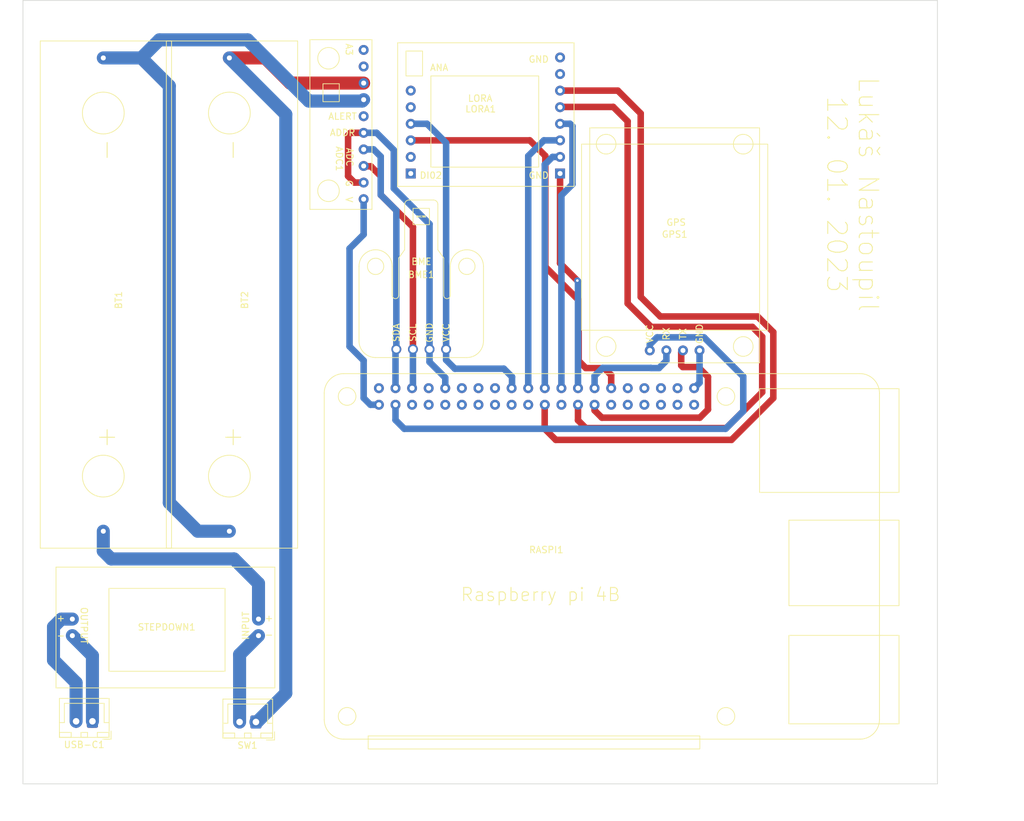
<source format=kicad_pcb>
(kicad_pcb (version 20211014) (generator pcbnew)
  (layers (0 "F.Cu" signal) (31 "B.Cu" signal) (34 "B.Paste" user) (35 "F.Paste" user) (36 "B.SilkS" user "B.Silkscreen") (37 "F.SilkS" user "F.Silkscreen") (38 "B.Mask" user) (39 "F.Mask" user) (44 "Edge.Cuts" user))
  (net 0 "")
  (net 1 "IN+")
  (net 2 "OUT+")
  (net 3 "OUT-")
  (net 4 "+3V3")
  (net 5 "GNDD")
  (net 6 "SDA")
  (net 7 "SCL")
  (net 8 "+5V")
  (net 9 "MOSI")
  (net 17 "MISO")
  (net 19 "SCK")
  (net 20 "DI05")
  (net 21 "DI03")
  (net 26 "unconnected-(RASPI1-Pad24)")
  (net 33 "RESET")
  (net 34 "DIo4")
  (net 35 "NSS")
  (net 36 "DI00")
  (net 37 "DI01")
  (net 38 "DIo2")
  (net 39 "RXD2")
  (net 40 "TXD2")
  (net 41 "Net-(BT2-Pad2)")
  (net 42 "Net-(BT1-Pad2)")
  (net 43 "IN-")
  (footprint "Connector_JST:JST_XH_B2B-XH-A_1x02_P2.50mm_Vertical" (layer "F.Cu") (at 95.665 140.525 180)
    (fp_text reference "SW1" (at 1.292 -3.582) (layer "F.SilkS"))
    (fp_text value "Přepínač")
    (fp_line (start -2.55 -2.45) (end -2.55 -1.7) (layer "F.SilkS") (width 0.12))
    (fp_line (start -2.55 -0.2) (end -1.8 -0.2) (layer "F.SilkS") (width 0.12))
    (fp_line (start -1.6 -2.75) (end -2.85 -2.75) (layer "F.SilkS") (width 0.12))
    (fp_line (start 0.75 -1.7) (end 1.75 -1.7) (layer "F.SilkS") (width 0.12))
    (fp_line (start -1.8 2.75) (end 1.25 2.75) (layer "F.SilkS") (width 0.12))
    (fp_line (start -2.56 3.51) (end 5.06 3.51) (layer "F.SilkS") (width 0.12))
    (fp_line (start 5.05 -1.7) (end 5.05 -2.45) (layer "F.SilkS") (width 0.12))
    (fp_line (start -2.55 -1.7) (end -0.75 -1.7) (layer "F.SilkS") (width 0.12))
    (fp_line (start 4.3 -0.2) (end 4.3 2.75) (layer "F.SilkS") (width 0.12))
    (fp_line (start 1.75 -2.45) (end 0.75 -2.45) (layer "F.SilkS") (width 0.12))
    (fp_line (start -2.56 -2.46) (end -2.56 3.51) (layer "F.SilkS") (width 0.12))
    (fp_line (start 5.05 -0.2) (end 4.3 -0.2) (layer "F.SilkS") (width 0.12))
    (fp_line (start 3.25 -2.45) (end 3.25 -1.7) (layer "F.SilkS") (width 0.12))
    (fp_line (start 4.3 2.75) (end 1.25 2.75) (layer "F.SilkS") (width 0.12))
    (fp_line (start 5.05 -2.45) (end 3.25 -2.45) (layer "F.SilkS") (width 0.12))
    (fp_line (start 0.75 -2.45) (end 0.75 -1.7) (layer "F.SilkS") (width 0.12))
    (fp_line (start -0.75 -2.45) (end -2.55 -2.45) (layer "F.SilkS") (width 0.12))
    (fp_line (start -1.8 -0.2) (end -1.8 2.75) (layer "F.SilkS") (width 0.12))
    (fp_line (start 1.75 -1.7) (end 1.75 -2.45) (layer "F.SilkS") (width 0.12))
    (fp_line (start 3.25 -1.7) (end 5.05 -1.7) (layer "F.SilkS") (width 0.12))
    (fp_line (start -0.75 -1.7) (end -0.75 -2.45) (layer "F.SilkS") (width 0.12))
    (fp_line (start 5.06 -2.46) (end -2.56 -2.46) (layer "F.SilkS") (width 0.12))
    (fp_line (start -2.85 -2.75) (end -2.85 -1.5) (layer "F.SilkS") (width 0.12))
    (fp_line (start 5.06 3.51) (end 5.06 -2.46) (layer "F.SilkS") (width 0.12))
    (pad "1" thru_hole roundrect (at 0 0 180) (size 1.7 2) (drill 1) (layers *.Cu *.Mask) (roundrect_rratio 0.1470588235) (net 41 "Net-(BT2-Pad2)"))
    (pad "2" thru_hole oval (at 2.5 0 180) (size 1.7 2) (drill 1) (layers *.Cu *.Mask) (net 43 "IN-"))
  )
  (footprint "Moje_LIB:GPS" (layer "F.Cu") (at 159.773 85.507 180)
    (fp_text reference "GPS1" (at 0 19.68 unlocked) (layer "F.SilkS"))
    (fp_text value "GY-NEO6MV2")
    (fp_text user "RX" (at 1.27 4.44 90 unlocked) (layer "F.SilkS"))
    (fp_text user "TX" (at -1.27 4.44 90 unlocked) (layer "F.SilkS"))
    (fp_text user "GND" (at -3.81 4.44 90 unlocked) (layer "F.SilkS"))
    (fp_text user "VCC" (at 3.81 4.44 90 unlocked) (layer "F.SilkS"))
    (fp_rect (start 13 36) (end -13 0) (layer "F.SilkS") (width 0.12) (fill none))
    (fp_rect (start 14.25 33.5) (end -14.25 5) (layer "F.SilkS") (width 0.12) (fill none))
    (fp_circle (center 10.495 33.495) (end 8.99 33.495) (layer "F.SilkS") (width 0.12) (fill none))
    (fp_circle (center 10.495 2.505) (end 8.99 2.505) (layer "F.SilkS") (width 0.12) (fill none))
    (fp_circle (center -10.495 2.505) (end -12 2.505) (layer "F.SilkS") (width 0.12) (fill none))
    (fp_circle (center -10.495 33.495) (end -12 33.495) (layer "F.SilkS") (width 0.12) (fill none))
    (pad "1" thru_hole circle (at 3.81 1.9) (size 1.524 1.524) (drill 0.762) (layers *.Cu *.Mask) (net 8 "+5V"))
    (pad "2" thru_hole circle (at 1.27 1.9) (size 1.524 1.524) (drill 0.762) (layers *.Cu *.Mask) (net 40 "TXD2"))
    (pad "3" thru_hole circle (at -1.27 1.9) (size 1.524 1.524) (drill 0.762) (layers *.Cu *.Mask) (net 39 "RXD2"))
    (pad "4" thru_hole circle (at -3.81 1.9) (size 1.524 1.524) (drill 0.762) (layers *.Cu *.Mask) (net 5 "GNDD"))
  )
  (footprint "Moje_LIB:Lora deska" (layer "F.Cu") (at 117.368 36.477)
    (fp_text reference "LORA1" (at 12.7 10.16 unlocked) (layer "F.SilkS"))
    (fp_text value "LORA")
    (fp_text user "ANA" (at 6.35 3.81 unlocked) (layer "F.SilkS"))
    (fp_text user "DI02" (at 5.08 20.32 unlocked) (layer "F.SilkS"))
    (fp_text user "GND" (at 21.59 2.54 unlocked) (layer "F.SilkS"))
    (fp_text user "GND" (at 21.59 20.32 unlocked) (layer "F.SilkS"))
    (fp_line (start 0 0) (end 0 22) (layer "F.SilkS") (width 0.12))
    (fp_line (start 0 0) (end 27 0) (layer "F.SilkS") (width 0.12))
    (fp_line (start 27 0) (end 27 22) (layer "F.SilkS") (width 0.12))
    (fp_line (start 0 22) (end 27 22) (layer "F.SilkS") (width 0.12))
    (fp_rect (start 5.08 5.08) (end 21.59 19.05) (layer "F.SilkS") (width 0.12) (fill none))
    (fp_rect (start 1.27 1.27) (end 3.81 5.08) (layer "F.SilkS") (width 0.12) (fill none))
    (pad "3" thru_hole circle (at 2 7.33) (size 1.524 1.524) (drill 0.762) (layers *.Cu *.Mask) (net 21 "DI03"))
    (pad "4" thru_hole circle (at 2 9.87) (size 1.524 1.524) (drill 0.762) (layers *.Cu *.Mask) (net 34 "DIo4"))
    (pad "5" thru_hole circle (at 2 12.41) (size 1.524 1.524) (drill 0.762) (layers *.Cu *.Mask) (net 4 "+3V3"))
    (pad "6" thru_hole circle (at 2 14.95) (size 1.524 1.524) (drill 0.762) (layers *.Cu *.Mask) (net 36 "DI00"))
    (pad "7" thru_hole circle (at 2 17.49) (size 1.524 1.524) (drill 0.762) (layers *.Cu *.Mask) (net 37 "DI01"))
    (pad "8" thru_hole rect (at 2 20.03) (size 1.524 1.524) (drill 0.762) (layers *.Cu *.Mask) (net 38 "DIo2"))
    (pad "9" thru_hole rect (at 24.86 20.03) (size 1.524 1.524) (drill 0.762) (layers *.Cu *.Mask) (net 5 "GNDD"))
    (pad "10" thru_hole circle (at 24.86 17.49) (size 1.524 1.524) (drill 0.762) (layers *.Cu *.Mask) (net 17 "MISO"))
    (pad "11" thru_hole circle (at 24.86 14.95) (size 1.524 1.524) (drill 0.762) (layers *.Cu *.Mask) (net 9 "MOSI"))
    (pad "12" thru_hole circle (at 24.86 12.41) (size 1.524 1.524) (drill 0.762) (layers *.Cu *.Mask) (net 19 "SCK"))
    (pad "13" thru_hole circle (at 24.86 9.87) (size 1.524 1.524) (drill 0.762) (layers *.Cu *.Mask) (net 35 "NSS"))
    (pad "14" thru_hole circle (at 24.86 7.33) (size 1.524 1.524) (drill 0.762) (layers *.Cu *.Mask) (net 33 "RESET"))
    (pad "15" thru_hole circle (at 24.86 4.79) (size 1.524 1.524) (drill 0.762) (layers *.Cu *.Mask) (net 20 "DI05"))
    (pad "16" thru_hole circle (at 24.86 2.25) (size 1.524 1.524) (drill 0.762) (layers *.Cu *.Mask) (net 5 "GNDD"))
  )
  (footprint "Moje_LIB:Battery box" (layer "F.Cu") (at 81.95 113.9 90)
    (fp_text reference "BT2" (at 38 12 90 unlocked) (layer "F.SilkS"))
    (fp_text value "Battery_Cell")
    (fp_text user "+" (at 17 10 90 unlocked) (layer "F.SilkS") (effects (font (size 3 3))))
    (fp_text user "-" (at 61 10 90 unlocked) (layer "F.SilkS") (effects (font (size 3 3))))
    (fp_line (start 77.7 20.1) (end 77.7 0) (layer "F.SilkS") (width 0.12))
    (fp_line (start 0 20.1) (end 77.7 20.1) (layer "F.SilkS") (width 0.12))
    (fp_line (start 0 0) (end 77.7 0) (layer "F.SilkS") (width 0.12))
    (fp_line (start 0 20.1) (end 0 0) (layer "F.SilkS") (width 0.12))
    (fp_circle (center 11.04 9.65) (end 14.24 9.65) (layer "F.SilkS") (width 0.12) (fill none))
    (fp_circle (center 66.66 9.65) (end 69.86 9.65) (layer "F.SilkS") (width 0.12) (fill none))
    (pad "1" thru_hole circle (at 2.6 9.65 90) (size 1.524 1.524) (drill 0.762) (layers *.Cu *.Mask) (net 42 "Net-(BT1-Pad2)"))
    (pad "2" thru_hole circle (at 75.1 9.65 90) (size 1.524 1.524) (drill 0.762) (layers *.Cu *.Mask) (net 41 "Net-(BT2-Pad2)"))
  )
  (footprint "Moje_LIB:Raspberry pi 4B" (layer "F.Cu") (at 191.123 115.157 -90)
    (fp_text reference "RASPI1" (at -1 51 unlocked) (layer "F.SilkS"))
    (fp_text value "Raspberry PI 4B")
    (fp_line (start 28 3) (end 28 82) (layer "F.SilkS") (width 0.12))
    (fp_line (start -25 85) (end 25 85) (layer "F.SilkS") (width 0.12))
    (fp_line (start -25 0) (end 25 0) (layer "F.SilkS") (width 0.12))
    (fp_line (start -28 3) (end -28 82) (layer "F.SilkS") (width 0.12))
    (fp_rect (start 27.5 78.27) (end 29.5 27.5) (layer "F.SilkS") (width 0.12) (fill none))
    (fp_rect (start -25.7 18.35) (end -9.8 -3) (layer "F.SilkS") (width 0.12) (fill none))
    (fp_rect (start -5.55 13.86) (end 7.55 -3) (layer "F.SilkS") (width 0.12) (fill none))
    (fp_rect (start 12.1 -3) (end 25.65 13.87) (layer "F.SilkS") (width 0.12) (fill none))
    (fp_arc (start 25 0) (mid 27.12132 0.87868) (end 28 3) (layer "F.SilkS") (width 0.12))
    (fp_arc (start 28 82) (mid 27.12132 84.12132) (end 25 85) (layer "F.SilkS") (width 0.12))
    (fp_arc (start -28 3) (mid -27.12132 0.87868) (end -25 0) (layer "F.SilkS") (width 0.12))
    (fp_arc (start -25 85) (mid -27.12132 84.12132) (end -28 82) (layer "F.SilkS") (width 0.12))
    (fp_circle (center 24.5 81.5) (end 24.5 80.15) (layer "F.SilkS") (width 0.12) (fill none))
    (fp_circle (center -24.5 81.5) (end -24.5 80.15) (layer "F.SilkS") (width 0.12) (fill none))
    (fp_circle (center -24.5 23.5) (end -24.5 22.15) (layer "F.SilkS") (width 0.12) (fill none))
    (fp_circle (center 24.5 23.5) (end 24.5 22.15) (layer "F.SilkS") (width 0.12) (fill none))
    (pad "1" thru_hole circle (at -25.77 76.63) (size 1.524 1.524) (drill 0.762) (layers *.Cu *.Mask) (net 4 "+3V3"))
    (pad "2" thru_hole circle (at -23.23 76.63) (size 1.524 1.524) (drill 0.762) (layers *.Cu *.Mask) (net 8 "+5V"))
    (pad "3" thru_hole circle (at -25.77 74.09) (size 1.524 1.524) (drill 0.762) (layers *.Cu *.Mask) (net 6 "SDA"))
    (pad "4" thru_hole circle (at -23.23 74.09) (size 1.524 1.524) (drill 0.762) (layers *.Cu *.Mask) (net 8 "+5V"))
    (pad "5" thru_hole circle (at -25.77 71.55) (size 1.524 1.524) (drill 0.762) (layers *.Cu *.Mask) (net 7 "SCL"))
    (pad "6" thru_hole circle (at -23.23 71.55) (size 1.524 1.524) (drill 0.762) (layers *.Cu *.Mask) (net 5 "GNDD"))
    (pad "7" thru_hole circle (at -25.77 69.01) (size 1.524 1.524) (drill 0.762) (layers *.Cu *.Mask))
    (pad "8" thru_hole circle (at -23.23 69.01) (size 1.524 1.524) (drill 0.762) (layers *.Cu *.Mask))
    (pad "9" thru_hole circle (at -25.77 66.47) (size 1.524 1.524) (drill 0.762) (layers *.Cu *.Mask) (net 5 "GNDD"))
    (pad "10" thru_hole circle (at -23.23 66.47) (size 1.524 1.524) (drill 0.762) (layers *.Cu *.Mask))
    (pad "11" thru_hole circle (at -25.77 63.93) (size 1.524 1.524) (drill 0.762) (layers *.Cu *.Mask))
    (pad "12" thru_hole circle (at -23.23 63.93) (size 1.524 1.524) (drill 0.762) (layers *.Cu *.Mask))
    (pad "13" thru_hole circle (at -25.77 61.39) (size 1.524 1.524) (drill 0.762) (layers *.Cu *.Mask))
    (pad "14" thru_hole circle (at -23.23 61.39) (size 1.524 1.524) (drill 0.762) (layers *.Cu *.Mask) (net 5 "GNDD"))
    (pad "15" thru_hole circle (at -25.77 58.85) (size 1.524 1.524) (drill 0.762) (layers *.Cu *.Mask))
    (pad "16" thru_hole circle (at -23.23 58.85) (size 1.524 1.524) (drill 0.762) (layers *.Cu *.Mask))
    (pad "17" thru_hole circle (at -25.77 56.31) (size 1.524 1.524) (drill 0.762) (layers *.Cu *.Mask) (net 4 "+3V3"))
    (pad "18" thru_hole circle (at -23.23 56.31) (size 1.524 1.524) (drill 0.762) (layers *.Cu *.Mask))
    (pad "19" thru_hole circle (at -25.77 53.77) (size 1.524 1.524) (drill 0.762) (layers *.Cu *.Mask) (net 9 "MOSI"))
    (pad "20" thru_hole circle (at -23.23 53.77) (size 1.524 1.524) (drill 0.762) (layers *.Cu *.Mask) (net 5 "GNDD"))
    (pad "21" thru_hole circle (at -25.77 51.23) (size 1.524 1.524) (drill 0.762) (layers *.Cu *.Mask) (net 17 "MISO"))
    (pad "22" thru_hole circle (at -23.23 51.23) (size 1.524 1.524) (drill 0.762) (layers *.Cu *.Mask) (net 33 "RESET"))
    (pad "23" thru_hole circle (at -25.77 48.69) (size 1.524 1.524) (drill 0.762) (layers *.Cu *.Mask) (net 19 "SCK"))
    (pad "24" thru_hole circle (at -23.23 48.69) (size 1.524 1.524) (drill 0.762) (layers *.Cu *.Mask) (net 26 "unconnected-(RASPI1-Pad24)"))
    (pad "25" thru_hole circle (at -25.77 46.15) (size 1.524 1.524) (drill 0.762) (layers *.Cu *.Mask) (net 5 "GNDD"))
    (pad "26" thru_hole circle (at -23.23 46.15) (size 1.524 1.524) (drill 0.762) (layers *.Cu *.Mask) (net 35 "NSS"))
    (pad "27" thru_hole circle (at -25.77 43.61) (size 1.524 1.524) (drill 0.762) (layers *.Cu *.Mask) (net 40 "TXD2"))
    (pad "28" thru_hole circle (at -23.23 43.61) (size 1.524 1.524) (drill 0.762) (layers *.Cu *.Mask) (net 39 "RXD2"))
    (pad "29" thru_hole circle (at -25.77 41.07) (size 1.524 1.524) (drill 0.762) (layers *.Cu *.Mask) (net 36 "DI00"))
    (pad "30" thru_hole circle (at -23.23 41.07) (size 1.524 1.524) (drill 0.762) (layers *.Cu *.Mask) (net 5 "GNDD"))
    (pad "31" thru_hole circle (at -25.77 38.53) (size 1.524 1.524) (drill 0.762) (layers *.Cu *.Mask))
    (pad "32" thru_hole circle (at -23.23 38.53) (size 1.524 1.524) (drill 0.762) (layers *.Cu *.Mask))
    (pad "33" thru_hole circle (at -25.77 35.99) (size 1.524 1.524) (drill 0.762) (layers *.Cu *.Mask))
    (pad "34" thru_hole circle (at -23.23 35.99) (size 1.524 1.524) (drill 0.762) (layers *.Cu *.Mask) (net 5 "GNDD"))
    (pad "35" thru_hole circle (at -25.77 33.45) (size 1.524 1.524) (drill 0.762) (layers *.Cu *.Mask))
    (pad "36" thru_hole circle (at -23.23 33.45) (size 1.524 1.524) (drill 0.762) (layers *.Cu *.Mask))
    (pad "37" thru_hole circle (at -25.77 30.91) (size 1.524 1.524) (drill 0.762) (layers *.Cu *.Mask))
    (pad "38" thru_hole circle (at -23.23 30.91) (size 1.524 1.524) (drill 0.762) (layers *.Cu *.Mask))
    (pad "39" thru_hole circle (at -25.77 28.37) (size 1.524 1.524) (drill 0.762) (layers *.Cu *.Mask) (net 5 "GNDD"))
    (pad "40" thru_hole circle (at -23.23 28.37) (size 1.524 1.524) (drill 0.762) (layers *.Cu *.Mask))
  )
  (footprint "Moje_LIB:StepDown" (layer "F.Cu") (at 98.56 135.3 180)
    (fp_text reference "STEPDOWN1" (at 16.56 9.3 unlocked) (layer "F.SilkS"))
    (fp_text value "StepDown")
    (fp_text user "-" (at 32.766 7.874 180 unlocked) (layer "F.SilkS"))
    (fp_text user "INPUT" (at 4.445 9.525 90 unlocked) (layer "F.SilkS"))
    (fp_text user "+" (at 32.766 10.541 180 unlocked) (layer "F.SilkS"))
    (fp_text user "OUTPUT" (at 29.21 9.525 270 unlocked) (layer "F.SilkS"))
    (fp_text user "-" (at 0.889 8.001 180 unlocked) (layer "F.SilkS"))
    (fp_text user "+" (at 0.889 10.541 180 unlocked) (layer "F.SilkS"))
    (fp_line (start 33.5 18.5) (end 0 18.5) (layer "F.SilkS") (width 0.12))
    (fp_line (start 33.5 0) (end 0 0) (layer "F.SilkS") (width 0.12))
    (fp_line (start 33.5 18.5) (end 33.5 0) (layer "F.SilkS") (width 0.12))
    (fp_line (start 0 18.5) (end 0 0) (layer "F.SilkS") (width 0.12))
    (fp_rect (start 7.62 2.54) (end 25.4 15.24) (layer "F.SilkS") (width 0.12) (fill none))
    (pad "1" thru_hole circle (at 2.5 8 180) (size 1.524 1.524) (drill 0.762) (layers *.Cu *.Mask) (net 43 "IN-"))
    (pad "2" thru_hole circle (at 2.5 10.54 180) (size 1.524 1.524) (drill 0.762) (layers *.Cu *.Mask) (net 1 "IN+"))
    (pad "3" thru_hole circle (at 31 8 180) (size 1.524 1.524) (drill 0.762) (layers *.Cu *.Mask) (net 3 "OUT-"))
    (pad "4" thru_hole circle (at 31 10.54 180) (size 1.524 1.524) (drill 0.762) (layers *.Cu *.Mask) (net 2 "OUT+"))
  )
  (footprint "Connector_JST:JST_XH_B2B-XH-A_1x02_P2.50mm_Vertical" (layer "F.Cu") (at 70.635 140.42 180)
    (fp_text reference "USB-C1" (at 1.262 -3.587) (layer "F.SilkS"))
    (fp_text value "Vystup pro napajeni pomoci usb C")
    (fp_line (start 5.05 -2.45) (end 3.25 -2.45) (layer "F.SilkS") (width 0.12))
    (fp_line (start -1.8 -0.2) (end -1.8 2.75) (layer "F.SilkS") (width 0.12))
    (fp_line (start -1.8 2.75) (end 1.25 2.75) (layer "F.SilkS") (width 0.12))
    (fp_line (start -0.75 -1.7) (end -0.75 -2.45) (layer "F.SilkS") (width 0.12))
    (fp_line (start 4.3 -0.2) (end 4.3 2.75) (layer "F.SilkS") (width 0.12))
    (fp_line (start -2.55 -0.2) (end -1.8 -0.2) (layer "F.SilkS") (width 0.12))
    (fp_line (start -1.6 -2.75) (end -2.85 -2.75) (layer "F.SilkS") (width 0.12))
    (fp_line (start 0.75 -1.7) (end 1.75 -1.7) (layer "F.SilkS") (width 0.12))
    (fp_line (start 3.25 -2.45) (end 3.25 -1.7) (layer "F.SilkS") (width 0.12))
    (fp_line (start 5.06 3.51) (end 5.06 -2.46) (layer "F.SilkS") (width 0.12))
    (fp_line (start -2.85 -2.75) (end -2.85 -1.5) (layer "F.SilkS") (width 0.12))
    (fp_line (start 0.75 -2.45) (end 0.75 -1.7) (layer "F.SilkS") (width 0.12))
    (fp_line (start -2.55 -1.7) (end -0.75 -1.7) (layer "F.SilkS") (width 0.12))
    (fp_line (start 5.05 -1.7) (end 5.05 -2.45) (layer "F.SilkS") (width 0.12))
    (fp_line (start -0.75 -2.45) (end -2.55 -2.45) (layer "F.SilkS") (width 0.12))
    (fp_line (start -2.56 3.51) (end 5.06 3.51) (layer "F.SilkS") (width 0.12))
    (fp_line (start 4.3 2.75) (end 1.25 2.75) (layer "F.SilkS") (width 0.12))
    (fp_line (start 1.75 -2.45) (end 0.75 -2.45) (layer "F.SilkS") (width 0.12))
    (fp_line (start 5.06 -2.46) (end -2.56 -2.46) (layer "F.SilkS") (width 0.12))
    (fp_line (start 1.75 -1.7) (end 1.75 -2.45) (layer "F.SilkS") (width 0.12))
    (fp_line (start 3.25 -1.7) (end 5.05 -1.7) (layer "F.SilkS") (width 0.12))
    (fp_line (start -2.56 -2.46) (end -2.56 3.51) (layer "F.SilkS") (width 0.12))
    (fp_line (start -2.55 -2.45) (end -2.55 -1.7) (layer "F.SilkS") (width 0.12))
    (fp_line (start 5.05 -0.2) (end 4.3 -0.2) (layer "F.SilkS") (width 0.12))
    (pad "1" thru_hole roundrect (at 0 0 180) (size 1.7 2) (drill 1) (layers *.Cu *.Mask) (roundrect_rratio 0.1470588235) (net 3 "OUT-"))
    (pad "2" thru_hole oval (at 2.5 0 180) (size 1.7 2) (drill 1) (layers *.Cu *.Mask) (net 2 "OUT+"))
  )
  (footprint "Moje_LIB:BME280" (layer "F.Cu") (at 120.973 63.107)
    (fp_text reference "BME1" (at 0 8.89 unlocked) (layer "F.SilkS"))
    (fp_text value "BME280")
    (fp_text user "BME280" (at 0 0 unlocked) (layer "F.SilkS") (effects (font (size 0.25 0.25) (thickness 0.0625))))
    (fp_text user "GND" (at 1.27 17.78 90 unlocked) (layer "F.SilkS"))
    (fp_text user "SDA" (at -3.81 17.78 90 unlocked) (layer "F.SilkS"))
    (fp_text user "SCL" (at -1.27 17.78 90 unlocked) (layer "F.SilkS"))
    (fp_text user "VCC" (at 3.81 17.78 90 unlocked) (layer "F.SilkS"))
    (fp_line (start 3.445 6.35) (end 3.445 12.065) (layer "F.SilkS") (width 0.12))
    (fp_line (start -3.445 6.35) (end -2.54 5.08) (layer "F.SilkS") (width 0.12))
    (fp_line (start 9.525 7.62) (end 9.525 19.05) (layer "F.SilkS") (width 0.12))
    (fp_line (start -4.445 7.62) (end -4.445 12.065) (layer "F.SilkS") (width 0.12))
    (fp_line (start -2.54 -1.905) (end -2.54 5.08) (layer "F.SilkS") (width 0.12))
    (fp_line (start -6.985 21.59) (end 6.985 21.59) (layer "F.SilkS") (width 0.12))
    (fp_line (start 4.445 7.62) (end 4.445 12.065) (layer "F.SilkS") (width 0.12))
    (fp_line (start -9.525 7.62) (end -9.525 19.05) (layer "F.SilkS") (width 0.12))
    (fp_line (start -1.905 -2.54) (end 1.905 -2.54) (layer "F.SilkS") (width 0.12))
    (fp_line (start 2.54 5.08) (end 3.445 6.35) (layer "F.SilkS") (width 0.12))
    (fp_line (start 2.54 -1.905) (end 2.54 5.08) (layer "F.SilkS") (width 0.12))
    (fp_line (start -3.445 6.35) (end -3.445 12.065) (layer "F.SilkS") (width 0.12))
    (fp_rect (start -1.25 -1.27) (end 1.25 1.23) (layer "F.SilkS") (width 0.12) (fill none))
    (fp_arc (start 4.445 7.62) (mid 6.985 5.08) (end 9.525 7.62) (layer "F.SilkS") (width 0.12))
    (fp_arc (start 1.905 -2.54) (mid 2.345652 -2.345652) (end 2.54 -1.905) (layer "F.SilkS") (width 0.12))
    (fp_arc (start 4.445 12.065) (mid 3.945 12.565) (end 3.445 12.065) (layer "F.SilkS") (width 0.12))
    (fp_arc (start -3.445 12.065) (mid -3.945 12.565) (end -4.445 12.065) (layer "F.SilkS") (width 0.12))
    (fp_arc (start 9.525 19.05) (mid 8.781051 20.846051) (end 6.985 21.59) (layer "F.SilkS") (width 0.12))
    (fp_arc (start -6.985 21.59) (mid -8.781051 20.846051) (end -9.525 19.05) (layer "F.SilkS") (width 0.12))
    (fp_arc (start -2.54 -1.905) (mid -2.345652 -2.345652) (end -1.905 -2.54) (layer "F.SilkS") (width 0.12))
    (fp_arc (start -9.525 7.62) (mid -6.985 5.08) (end -4.445 7.62) (layer "F.SilkS") (width 0.12))
    (fp_circle (center -6.985 7.62) (end -5.735 7.62) (layer "F.SilkS") (width 0.12) (fill none))
    (fp_circle (center 6.985 7.62) (end 8.235 7.62) (layer "F.SilkS") (width 0.12) (fill none))
    (pad "1" thru_hole circle (at -3.81 20.32) (size 1.524 1.524) (drill 1.016) (layers *.Cu *.Mask) (net 6 "SDA"))
    (pad "2" thru_hole circle (at -1.27 20.32) (size 1.524 1.524) (drill 1.016) (layers *.Cu *.Mask) (net 7 "SCL"))
    (pad "3" thru_hole circle (at 1.27 20.32) (size 1.524 1.524) (drill 1.016) (layers *.Cu *.Mask) (net 5 "GNDD"))
    (pad "4" thru_hole circle (at 3.81 20.32) (size 1.524 1.524) (drill 1.016) (layers *.Cu *.Mask) (net 4 "+3V3"))
  )
  (footprint "Moje_LIB:Battery box" (layer "F.Cu") (at 62.65 113.9 90)
    (fp_text reference "BT1" (at 38 12 90 unlocked) (layer "F.SilkS"))
    (fp_text value "Battery_Cell")
    (fp_text user "+" (at 17 10 90 unlocked) (layer "F.SilkS") (effects (font (size 3 3))))
    (fp_text user "-" (at 61 10 90 unlocked) (layer "F.SilkS") (effects (font (size 3 3))))
    (fp_line (start 0 20.1) (end 77.7 20.1) (layer "F.SilkS") (width 0.12))
    (fp_line (start 0 20.1) (end 0 0) (layer "F.SilkS") (width 0.12))
    (fp_line (start 0 0) (end 77.7 0) (layer "F.SilkS") (width 0.12))
    (fp_line (start 77.7 20.1) (end 77.7 0) (layer "F.SilkS") (width 0.12))
    (fp_circle (center 66.66 9.65) (end 69.86 9.65) (layer "F.SilkS") (width 0.12) (fill none))
    (fp_circle (center 11.04 9.65) (end 14.24 9.65) (layer "F.SilkS") (width 0.12) (fill none))
    (pad "1" thru_hole circle (at 2.6 9.65 90) (size 1.524 1.524) (drill 0.762) (layers *.Cu *.Mask) (net 1 "IN+"))
    (pad "2" thru_hole circle (at 75.1 9.65 90) (size 1.524 1.524) (drill 0.762) (layers *.Cu *.Mask) (net 42 "Net-(BT1-Pad2)"))
  )
  (footprint "Moje_LIB:AD" (layer "F.Cu") (at 113.428 36.002 -90)
    (fp_text reference "ADC1" (at 18.25 5 -90 unlocked) (layer "F.SilkS"))
    (fp_text value "AD")
    (fp_text user "V" (at 24.5 3.5 -90 unlocked) (layer "F.SilkS"))
    (fp_text user "A3" (at 1.5 3.5 -90 unlocked) (layer "F.SilkS"))
    (fp_text user "ALERT" (at 11.75 4.5 unlocked) (layer "F.SilkS"))
    (fp_text user "G" (at 22 3.5 -90 unlocked) (layer "F.SilkS"))
    (fp_text user "ADDR" (at 14.25 4.5 unlocked) (layer "F.SilkS"))
    (fp_line (start 26 0) (end 26 9.5) (layer "F.SilkS") (width 0.12))
    (fp_line (start 0 0) (end 26 0) (layer "F.SilkS") (width 0.12))
    (fp_line (start 0 9.5) (end 0 0) (layer "F.SilkS") (width 0.12))
    (fp_line (start 0 9.5) (end 26 9.5) (layer "F.SilkS") (width 0.12))
    (fp_rect (start 6.75 5) (end 9.5 7.5) (layer "F.SilkS") (width 0.12) (fill none))
    (fp_circle (center 2.85 6.65) (end 4.5 6.65) (layer "F.SilkS") (width 0.12) (fill none))
    (fp_circle (center 23.15 6.65) (end 24.8 6.65) (layer "F.SilkS") (width 0.12) (fill none))
    (pad "1" thru_hole circle (at 1.57 1.27 270) (size 1.524 1.524) (drill 0.762) (layers *.Cu *.Mask))
    (pad "2" thru_hole circle (at 4.11 1.27 270) (size 1.524 1.524) (drill 0.762) (layers *.Cu *.Mask))
    (pad "3" thru_hole circle (at 6.65 1.27 270) (size 1.524 1.524) (drill 0.762) (layers *.Cu *.Mask) (net 41 "Net-(BT2-Pad2)"))
    (pad "4" thru_hole circle (at 9.19 1.27 270) (size 1.524 1.524) (drill 0.762) (layers *.Cu *.Mask) (net 42 "Net-(BT1-Pad2)"))
    (pad "5" thru_hole circle (at 11.73 1.27 270) (size 1.524 1.524) (drill 0.762) (layers *.Cu *.Mask))
    (pad "6" thru_hole circle (at 14.27 1.27 270) (size 1.524 1.524) (drill 0.762) (layers *.Cu *.Mask) (net 5 "GNDD"))
    (pad "7" thru_hole circle (at 16.81 1.27 270) (size 1.524 1.524) (drill 0.762) (layers *.Cu *.Mask) (net 6 "SDA"))
    (pad "8" thru_hole circle (at 19.35 1.27 270) (size 1.524 1.524) (drill 0.762) (layers *.Cu *.Mask) (net 7 "SCL"))
    (pad "9" thru_hole circle (at 21.89 1.27 270) (size 1.524 1.524) (drill 0.762) (layers *.Cu *.Mask) (net 5 "GNDD"))
    (pad "10" thru_hole circle (at 24.43 1.27 270) (size 1.524 1.524) (drill 0.762) (layers *.Cu *.Mask) (net 8 "+5V"))
  )
  (gr_line (start 200 30) (end 60 30) (layer "Edge.Cuts") (width 0.1))
  (gr_line (start 60 30) (end 60 150) (layer "Edge.Cuts") (width 0.1))
  (gr_line (start 60 150) (end 200 150) (layer "Edge.Cuts") (width 0.1))
  (gr_line (start 200 150) (end 200 30) (layer "Edge.Cuts") (width 0.1))
  (gr_text "ADC" (at 110 54 270) (layer "F.SilkS") (effects (font (size 1 1))))
  (gr_text "LORA" (at 130 45) (layer "F.SilkS") (effects (font (size 1 1))))
  (gr_text "GPS" (at 160 64) (layer "F.SilkS") (effects (font (size 1 1))))
  (gr_text "Raspberry pi 4B " (at 140 121) (layer "F.SilkS") (effects (font (size 2 2))))
  (gr_text "BME" (at 121 70) (layer "F.SilkS") (effects (font (size 1 1))))
  (gr_text "Lukáš Nastoupil\n12. 01. 2023" (at 187 59.7 270) (layer "F.SilkS") (effects (font (size 3 3))))
  (segment (start 72.3 114.34) (end 73.505 115.545) (width 2) (layer "B.Cu") (net 1))
  (segment (start 72.3 111.3) (end 72.3 114.34) (width 2) (layer "B.Cu") (net 1))
  (segment (start 73.505 115.545) (end 92.305 115.545) (width 2) (layer "B.Cu") (net 1))
  (segment (start 92.305 115.545) (end 96.06 119.3) (width 2) (layer "B.Cu") (net 1))
  (segment (start 96.06 119.3) (end 96.06 124.76) (width 2) (layer "B.Cu") (net 1))
  (segment (start 64.675 125.965) (end 64.675 131.045) (width 2) (layer "B.Cu") (net 2))
  (segment (start 64.675 131.045) (end 68.135 134.505) (width 2) (layer "B.Cu") (net 2))
  (segment (start 65.88 124.76) (end 64.675 125.965) (width 2) (layer "B.Cu") (net 2))
  (segment (start 68.135 134.505) (end 68.135 140.42) (width 2) (layer "B.Cu") (net 2))
  (segment (start 67.56 124.76) (end 65.88 124.76) (width 2) (layer "B.Cu") (net 2))
  (segment (start 70.635 140.42) (end 70.635 130.375) (width 2) (layer "B.Cu") (net 3))
  (segment (start 70.635 130.375) (end 67.56 127.3) (width 2) (layer "B.Cu") (net 3))
  (segment (start 114.493 89.387) (end 114.623 89.257) (width 1) (layer "F.Cu") (net 4))
  (segment (start 124.783 51.817) (end 121.853 48.887) (width 1) (layer "B.Cu") (net 4))
  (segment (start 124.783 83.427) (end 124.783 51.817) (width 1) (layer "B.Cu") (net 4))
  (segment (start 133.623 86.407) (end 126.123 86.407) (width 1) (layer "B.Cu") (net 4))
  (segment (start 134.813 89.387) (end 134.873 89.327) (width 1) (layer "B.Cu") (net 4))
  (segment (start 124.783 85.067) (end 124.783 83.427) (width 1) (layer "B.Cu") (net 4))
  (segment (start 126.123 86.407) (end 124.783 85.067) (width 1) (layer "B.Cu") (net 4))
  (segment (start 134.873 89.327) (end 134.873 87.657) (width 1) (layer "B.Cu") (net 4))
  (segment (start 121.853 48.887) (end 119.368 48.887) (width 1) (layer "B.Cu") (net 4))
  (segment (start 134.873 87.657) (end 133.623 86.407) (width 1) (layer "B.Cu") (net 4))
  (segment (start 142.228 70.262) (end 142.228 56.507) (width 1) (layer "F.Cu") (net 5))
  (segment (start 109.773 50.637) (end 109.773 56.907) (width 1) (layer "F.Cu") (net 5))
  (segment (start 110.138 50.272) (end 109.773 50.637) (width 1) (layer "F.Cu") (net 5))
  (segment (start 110.758 57.892) (end 109.773 56.907) (width 1) (layer "F.Cu") (net 5))
  (segment (start 144.873 72.907) (end 142.228 70.262) (width 1) (layer "F.Cu") (net 5))
  (segment (start 112.158 50.272) (end 110.138 50.272) (width 1) (layer "F.Cu") (net 5))
  (segment (start 112.158 57.892) (end 110.758 57.892) (width 1) (layer "F.Cu") (net 5))
  (via (at 144.873 72.907) (size 0.8) (drill 0.4) (layers "F.Cu" "B.Cu") (net 5))
  (segment (start 124.653 89.387) (end 124.653 87.787) (width 1) (layer "B.Cu") (net 5))
  (segment (start 122.243 85.377) (end 122.243 83.427) (width 1) (layer "B.Cu") (net 5))
  (segment (start 114.138 50.272) (end 116.773 52.907) (width 1) (layer "B.Cu") (net 5))
  (segment (start 163.583 83.607) (end 163.583 88.557) (width 1) (layer "B.Cu") (net 5))
  (segment (start 144.973 89.387) (end 144.973 73.007) (width 1) (layer "B.Cu") (net 5))
  (segment (start 124.653 87.787) (end 122.243 85.377) (width 1) (layer "B.Cu") (net 5))
  (segment (start 112.158 50.272) (end 114.138 50.272) (width 1) (layer "B.Cu") (net 5))
  (segment (start 122.243 64.243) (end 122.243 83.427) (width 1) (layer "B.Cu") (net 5))
  (segment (start 116.773 52.907) (end 116.773 58.773) (width 1) (layer "B.Cu") (net 5))
  (segment (start 163.583 88.557) (end 162.753 89.387) (width 1) (layer "B.Cu") (net 5))
  (segment (start 116.773 58.773) (end 122.243 64.243) (width 1) (layer "B.Cu") (net 5))
  (segment (start 144.973 73.007) (end 144.873 72.907) (width 1) (layer "B.Cu") (net 5))
  (segment (start 117.163 62.163) (end 117.163 83.427) (width 1) (layer "B.Cu") (net 6))
  (segment (start 117.033 89.387) (end 117.033 83.557) (width 1) (layer "B.Cu") (net 6))
  (segment (start 117.033 83.557) (end 117.163 83.427) (width 1) (layer "B.Cu") (net 6))
  (segment (start 113.678 52.812) (end 114.773 53.907) (width 1) (layer "B.Cu") (net 6))
  (segment (start 114.773 53.907) (end 114.773 59.773) (width 1) (layer "B.Cu") (net 6))
  (segment (start 114.773 59.773) (end 117.163 62.163) (width 1) (layer "B.Cu") (net 6))
  (segment (start 112.158 52.812) (end 113.678 52.812) (width 1) (layer "B.Cu") (net 6))
  (segment (start 119.703 64.703) (end 114.773 59.773) (width 1) (layer "F.Cu") (net 7))
  (segment (start 113.273 55.407) (end 112.213 55.407) (width 1) (layer "F.Cu") (net 7))
  (segment (start 114.773 56.907) (end 113.273 55.407) (width 1) (layer "F.Cu") (net 7))
  (segment (start 119.703 83.427) (end 119.703 64.703) (width 1) (layer "F.Cu") (net 7))
  (segment (start 112.213 55.407) (end 112.158 55.352) (width 1) (layer "F.Cu") (net 7))
  (segment (start 114.773 59.773) (end 114.773 56.907) (width 1) (layer "F.Cu") (net 7))
  (segment (start 119.703 89.257) (end 119.573 89.387) (width 1) (layer "B.Cu") (net 7))
  (segment (start 119.703 83.427) (end 119.703 89.257) (width 1) (layer "B.Cu") (net 7))
  (segment (start 110 68) (end 112.158 65.842) (width 1) (layer "B.Cu") (net 8))
  (segment (start 112.158 90.892) (end 112.158 85.158) (width 1) (layer "B.Cu") (net 8))
  (segment (start 157.073 81.607) (end 164.273 81.607) (width 1) (layer "B.Cu") (net 8))
  (segment (start 155.963 82.717) (end 157.073 81.607) (width 1) (layer "B.Cu") (net 8))
  (segment (start 117.033 94.267) (end 117.033 91.927) (width 1) (layer "B.Cu") (net 8))
  (segment (start 114.493 91.927) (end 113.193 91.927) (width 1) (layer "B.Cu") (net 8))
  (segment (start 112.158 85.158) (end 110 83) (width 1) (layer "B.Cu") (net 8))
  (segment (start 155.963 83.607) (end 155.963 82.717) (width 1) (layer "B.Cu") (net 8))
  (segment (start 170.273 92.907) (end 167.573 95.607) (width 1) (layer "B.Cu") (net 8))
  (segment (start 110 83) (end 110 68) (width 1) (layer "B.Cu") (net 8))
  (segment (start 113.193 91.927) (end 112.158 90.892) (width 1) (layer "B.Cu") (net 8))
  (segment (start 170.273 87.607) (end 170.273 92.907) (width 1) (layer "B.Cu") (net 8))
  (segment (start 167.573 95.607) (end 118.373 95.607) (width 1) (layer "B.Cu") (net 8))
  (segment (start 118.373 95.607) (end 117.033 94.267) (width 1) (layer "B.Cu") (net 8))
  (segment (start 112.158 65.842) (end 112.158 60.432) (width 1) (layer "B.Cu") (net 8))
  (segment (start 164.273 81.607) (end 170.273 87.607) (width 1) (layer "B.Cu") (net 8))
  (segment (start 137.353 53.827) (end 139.753 51.427) (width 1) (layer "B.Cu") (net 9))
  (segment (start 137.353 89.387) (end 137.353 53.827) (width 1) (layer "B.Cu") (net 9))
  (segment (start 139.753 51.427) (end 142.228 51.427) (width 1) (layer "B.Cu") (net 9))
  (segment (start 139.893 55.137) (end 141.063 53.967) (width 1) (layer "B.Cu") (net 17))
  (segment (start 139.893 55.177) (end 139.873 55.157) (width 1) (layer "B.Cu") (net 17))
  (segment (start 141.063 53.967) (end 141.603 53.967) (width 1) (layer "B.Cu") (net 17))
  (segment (start 139.893 89.387) (end 139.893 55.177) (width 1) (layer "B.Cu") (net 17))
  (segment (start 139.893 55.177) (end 139.893 55.137) (width 1) (layer "B.Cu") (net 17))
  (segment (start 142.433 59.847) (end 144.123 58.157) (width 1) (layer "B.Cu") (net 19))
  (segment (start 143.753 48.887) (end 142.228 48.887) (width 1) (layer "B.Cu") (net 19))
  (segment (start 142.433 89.387) (end 142.433 59.847) (width 1) (layer "B.Cu") (net 19))
  (segment (start 144.123 49.257) (end 143.753 48.887) (width 1) (layer "B.Cu") (net 19))
  (segment (start 144.123 58.157) (end 144.123 49.257) (width 1) (layer "B.Cu") (net 19))
  (segment (start 142.433 91.927) (end 142.455 91.949) (width 1) (layer "B.Cu") (net 26))
  (segment (start 139.873 91.947) (end 139.893 91.927) (width 1) (layer "F.Cu") (net 33))
  (segment (start 168.473 97.307) (end 141.573 97.307) (width 1) (layer "F.Cu") (net 33))
  (segment (start 172.473 78.407) (end 174.873 80.807) (width 1) (layer "F.Cu") (net 33))
  (segment (start 142.228 43.807) (end 151.073 43.807) (width 1) (layer "F.Cu") (net 33))
  (segment (start 151.073 43.807) (end 154.573 47.307) (width 1) (layer "F.Cu") (net 33))
  (segment (start 157.573 78.407) (end 172.473 78.407) (width 1) (layer "F.Cu") (net 33))
  (segment (start 141.573 97.307) (end 139.873 95.607) (width 1) (layer "F.Cu") (net 33))
  (segment (start 154.573 75.407) (end 157.573 78.407) (width 1) (layer "F.Cu") (net 33))
  (segment (start 174.873 90.907) (end 168.473 97.307) (width 1) (layer "F.Cu") (net 33))
  (segment (start 139.873 95.607) (end 139.873 91.947) (width 1) (layer "F.Cu") (net 33))
  (segment (start 154.573 47.307) (end 154.573 75.407) (width 1) (layer "F.Cu") (net 33))
  (segment (start 174.873 80.807) (end 174.873 90.907) (width 1) (layer "F.Cu") (net 33))
  (segment (start 152.573 76.407) (end 156.173 80.007) (width 1) (layer "F.Cu") (net 35))
  (segment (start 144.973 94.307) (end 144.973 91.927) (width 1) (layer "F.Cu") (net 35))
  (segment (start 142.268 46.307) (end 150.373 46.307) (width 1) (layer "F.Cu") (net 35))
  (segment (start 142.228 46.347) (end 142.268 46.307) (width 1) (layer "F.Cu") (net 35))
  (segment (start 173.173 81.507) (end 173.173 90.007) (width 1) (layer "F.Cu") (net 35))
  (segment (start 152.573 48.507) (end 152.573 76.407) (width 1) (layer "F.Cu") (net 35))
  (segment (start 167.673 95.507) (end 146.173 95.507) (width 1) (layer "F.Cu") (net 35))
  (segment (start 171.673 80.007) (end 173.173 81.507) (width 1) (layer "F.Cu") (net 35))
  (segment (start 146.173 95.507) (end 144.973 94.307) (width 1) (layer "F.Cu") (net 35))
  (segment (start 150.373 46.307) (end 152.573 48.507) (width 1) (layer "F.Cu") (net 35))
  (segment (start 173.173 90.007) (end 167.673 95.507) (width 1) (layer "F.Cu") (net 35))
  (segment (start 156.173 80.007) (end 171.673 80.007) (width 1) (layer "F.Cu") (net 35))
  (segment (start 146.173 86.307) (end 148.973 86.307) (width 1) (layer "F.Cu") (net 36))
  (segment (start 119.368 51.427) (end 137.593 51.427) (width 1) (layer "F.Cu") (net 36))
  (segment (start 139.973 53.807) (end 139.973 70.807) (width 1) (layer "F.Cu") (net 36))
  (segment (start 148.973 86.307) (end 150.053 87.387) (width 1) (layer "F.Cu") (net 36))
  (segment (start 145.073 85.207) (end 146.173 86.307) (width 1) (layer "F.Cu") (net 36))
  (segment (start 145.073 75.907) (end 145.073 85.207) (width 1) (layer "F.Cu") (net 36))
  (segment (start 137.593 51.427) (end 139.973 53.807) (width 1) (layer "F.Cu") (net 36))
  (segment (start 150.053 87.387) (end 150.053 89.387) (width 1) (layer "F.Cu") (net 36))
  (segment (start 139.973 70.807) (end 145.073 75.907) (width 1) (layer "F.Cu") (net 36))
  (segment (start 160.773 83.877) (end 161.043 83.607) (width 1) (layer "F.Cu") (net 39))
  (segment (start 164.873 92.657) (end 164.873 87.657) (width 1) (layer "F.Cu") (net 39))
  (segment (start 161.023 86.157) (end 160.773 85.907) (width 1) (layer "F.Cu") (net 39))
  (segment (start 164.873 87.657) (end 163.373 86.157) (width 1) (layer "F.Cu") (net 39))
  (segment (start 148.623 93.907) (end 163.623 93.907) (width 1) (layer "F.Cu") (net 39))
  (segment (start 163.623 93.907) (end 164.873 92.657) (width 1) (layer "F.Cu") (net 39))
  (segment (start 160.773 85.907) (end 160.773 83.877) (width 1) (layer "F.Cu") (net 39))
  (segment (start 163.373 86.157) (end 161.023 86.157) (width 1) (layer "F.Cu") (net 39))
  (segment (start 147.513 91.927) (end 147.513 92.797) (width 1) (layer "F.Cu") (net 39))
  (segment (start 147.513 92.797) (end 148.623 93.907) (width 1) (layer "F.Cu") (net 39))
  (segment (start 156.148 86.282) (end 156.173 86.307) (width 1) (layer "B.Cu") (net 40))
  (segment (start 148.748 86.282) (end 156.148 86.282) (width 1) (layer "B.Cu") (net 40))
  (segment (start 147.513 87.517) (end 148.748 86.282) (width 1) (layer "B.Cu") (net 40))
  (segment (start 158.503 85.177) (end 158.503 83.607) (width 1) (layer "B.Cu") (net 40))
  (segment (start 147.513 89.387) (end 147.513 87.517) (width 1) (layer "B.Cu") (net 40))
  (segment (start 157.373 86.307) (end 158.503 85.177) (width 1) (layer "B.Cu") (net 40))
  (segment (start 156.173 86.307) (end 157.373 86.307) (width 1) (layer "B.Cu") (net 40))
  (segment (start 97.066 38.8) (end 100.918 42.652) (width 2) (layer "F.Cu") (net 41))
  (segment (start 91.6 38.8) (end 97.066 38.8) (width 2) (layer "F.Cu") (net 41))
  (segment (start 100.918 42.652) (end 112.158 42.652) (width 2) (layer "F.Cu") (net 41))
  (segment (start 100.235 47.435) (end 91.6 38.8) (width 2) (layer "B.Cu") (net 41))
  (segment (start 100.235 136.125) (end 100.235 47.435) (width 2) (layer "B.Cu") (net 41))
  (segment (start 95.665 140.525) (end 95.835 140.525) (width 2) (layer "B.Cu") (net 41))
  (segment (start 95.835 140.525) (end 100.235 136.125) (width 2) (layer "B.Cu") (net 41))
  (segment (start 91.6 111.3) (end 86.76 111.3) (width 2) (layer "B.Cu") (net 42))
  (segment (start 72.3 38.8) (end 78.12 38.8) (width 2) (layer "B.Cu") (net 42))
  (segment (start 78.12 38.8) (end 80.891 36.029) (width 2) (layer "B.Cu") (net 42))
  (segment (start 103.773 45.407) (end 111.943 45.407) (width 2) (layer "B.Cu") (net 42))
  (segment (start 111.943 45.407) (end 112.158 45.192) (width 2) (layer "B.Cu") (net 42))
  (segment (start 78.12 38.8) (end 82.405 43.085) (width 2) (layer "B.Cu") (net 42))
  (segment (start 94.395 36.029) (end 103.773 45.407) (width 2) (layer "B.Cu") (net 42))
  (segment (start 80.891 36.029) (end 94.395 36.029) (width 2) (layer "B.Cu") (net 42))
  (segment (start 86.76 111.3) (end 82.405 106.945) (width 2) (layer "B.Cu") (net 42))
  (segment (start 82.405 106.945) (end 82.405 43.085) (width 2) (layer "B.Cu") (net 42))
  (segment (start 93.165 140.525) (end 93.165 130.195) (width 2) (layer "B.Cu") (net 43))
  (segment (start 93.165 130.195) (end 96.06 127.3) (width 2) (layer "B.Cu") (net 43))
)
</source>
